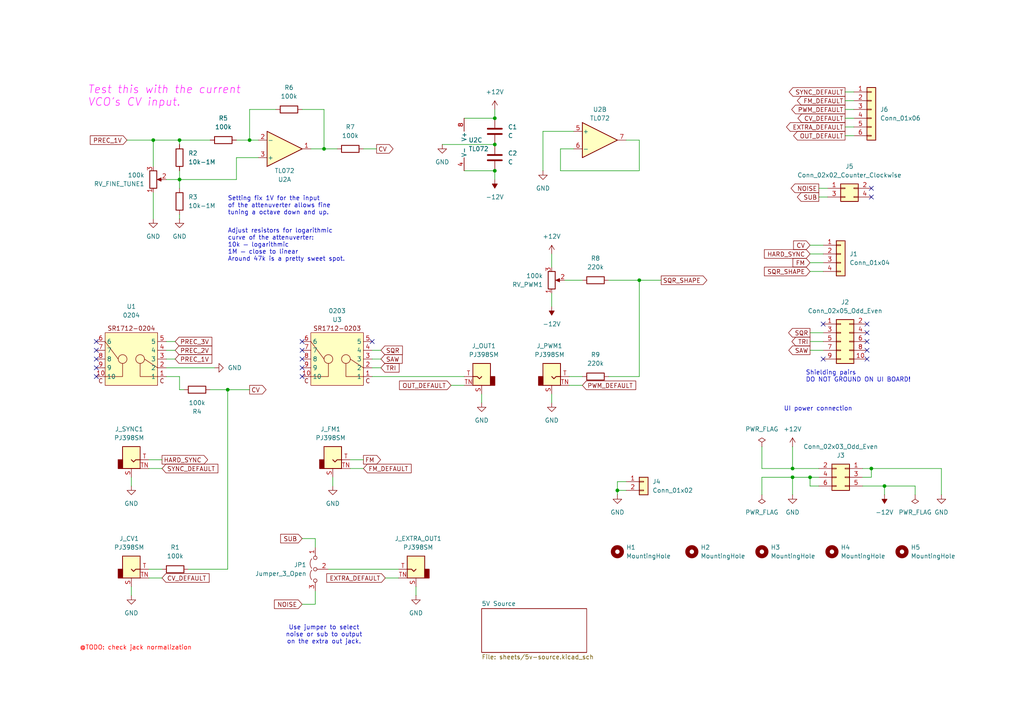
<source format=kicad_sch>
(kicad_sch (version 20250114) (generator "eeschema") (generator_version "9.0")
  (paper "A4")
  (title_block (title "Hog Moduleur VCO UI") (date "2025-07-06") (rev "v0.1") (company "Shmøergh"))
  (lib_symbols
    (symbol "Amplifier_Operational:TL072" (pin_names (offset 0.127))
      (property "Reference" "U" (at 0 5.08 0))
      (property "Value" "TL072" (at 0 -5.08 0))
      (symbol "TL072_1_1"
        (polyline (pts (xy -5.08 5.08) (xy 5.08 0) (xy -5.08 -5.08) (xy -5.08 5.08)) (stroke (width 0.254)) (fill (type background)))
        (pin input line (at -7.62 2.54 0) (length 2.54) (name "+") (number "3"))
        (pin input line (at -7.62 -2.54 0) (length 2.54) (name "-") (number "2"))
        (pin output line (at 7.62 0 180) (length 2.54) (name "~") (number "1"))
      )
      (symbol "TL072_2_1"
        (polyline (pts (xy -5.08 5.08) (xy 5.08 0) (xy -5.08 -5.08) (xy -5.08 5.08)) (stroke (width 0.254)) (fill (type background)))
        (pin input line (at -7.62 2.54 0) (length 2.54) (name "+") (number "5"))
        (pin input line (at -7.62 -2.54 0) (length 2.54) (name "-") (number "6"))
        (pin output line (at 7.62 0 180) (length 2.54) (name "~") (number "7"))
      )
      (symbol "TL072_3_1"
        (pin power_in line (at -2.54 7.62 270) (length 3.81) (name "V+") (number "8"))
        (pin power_in line (at -2.54 -7.62 90) (length 3.81) (name "V-") (number "4"))
      )
    )
    (symbol "Connector_Generic:Conn_01x02" (pin_names (offset 1.016) (hide yes))
      (property "Reference" "J" (at 0 2.54 0))
      (property "Value" "Conn_01x02" (at 0 -5.08 0))
      (symbol "Conn_01x02_1_1"
        (rectangle (start -1.27 1.27) (end 1.27 -3.81) (stroke (width 0.254)) (fill (type background)))
        (rectangle (start -1.27 0.127) (end 0 -0.127) (stroke (width 0.1524)))
        (rectangle (start -1.27 -2.413) (end 0 -2.667) (stroke (width 0.1524)))
        (pin passive line (at -5.08 0 0) (length 3.81) (name "Pin_1") (number "1"))
        (pin passive line (at -5.08 -2.54 0) (length 3.81) (name "Pin_2") (number "2"))
      )
    )
    (symbol "Connector_Generic:Conn_01x04" (pin_names (offset 1.016) (hide yes))
      (property "Reference" "J" (at 0 5.08 0))
      (property "Value" "Conn_01x04" (at 0 -7.62 0))
      (symbol "Conn_01x04_1_1"
        (rectangle (start -1.27 3.81) (end 1.27 -6.35) (stroke (width 0.254)) (fill (type background)))
        (rectangle (start -1.27 2.667) (end 0 2.413) (stroke (width 0.1524)))
        (rectangle (start -1.27 0.127) (end 0 -0.127) (stroke (width 0.1524)))
        (rectangle (start -1.27 -2.413) (end 0 -2.667) (stroke (width 0.1524)))
        (rectangle (start -1.27 -4.953) (end 0 -5.207) (stroke (width 0.1524)))
        (pin passive line (at -5.08 2.54 0) (length 3.81) (name "Pin_1") (number "1"))
        (pin passive line (at -5.08 0 0) (length 3.81) (name "Pin_2") (number "2"))
        (pin passive line (at -5.08 -2.54 0) (length 3.81) (name "Pin_3") (number "3"))
        (pin passive line (at -5.08 -5.08 0) (length 3.81) (name "Pin_4") (number "4"))
      )
    )
    (symbol "Connector_Generic:Conn_01x06" (pin_names (offset 1.016) (hide yes))
      (property "Reference" "J" (at 0 7.62 0))
      (property "Value" "Conn_01x06" (at 0 -10.16 0))
      (symbol "Conn_01x06_1_1"
        (rectangle (start -1.27 6.35) (end 1.27 -8.89) (stroke (width 0.254)) (fill (type background)))
        (rectangle (start -1.27 5.207) (end 0 4.953) (stroke (width 0.1524)))
        (rectangle (start -1.27 2.667) (end 0 2.413) (stroke (width 0.1524)))
        (rectangle (start -1.27 0.127) (end 0 -0.127) (stroke (width 0.1524)))
        (rectangle (start -1.27 -2.413) (end 0 -2.667) (stroke (width 0.1524)))
        (rectangle (start -1.27 -4.953) (end 0 -5.207) (stroke (width 0.1524)))
        (rectangle (start -1.27 -7.493) (end 0 -7.747) (stroke (width 0.1524)))
        (pin passive line (at -5.08 5.08 0) (length 3.81) (name "Pin_1") (number "1"))
        (pin passive line (at -5.08 2.54 0) (length 3.81) (name "Pin_2") (number "2"))
        (pin passive line (at -5.08 0 0) (length 3.81) (name "Pin_3") (number "3"))
        (pin passive line (at -5.08 -2.54 0) (length 3.81) (name "Pin_4") (number "4"))
        (pin passive line (at -5.08 -5.08 0) (length 3.81) (name "Pin_5") (number "5"))
        (pin passive line (at -5.08 -7.62 0) (length 3.81) (name "Pin_6") (number "6"))
      )
    )
    (symbol "Connector_Generic:Conn_02x02_Odd_Even" (pin_names (offset 1.016) (hide yes))
      (property "Reference" "J" (at 1.27 2.54 0))
      (property "Value" "Conn_02x02_Odd_Even" (at 1.27 -5.08 0))
      (symbol "Conn_02x02_Odd_Even_1_1"
        (rectangle (start -1.27 1.27) (end 3.81 -3.81) (stroke (width 0.254)) (fill (type background)))
        (rectangle (start -1.27 0.127) (end 0 -0.127) (stroke (width 0.1524)))
        (rectangle (start -1.27 -2.413) (end 0 -2.667) (stroke (width 0.1524)))
        (rectangle (start 3.81 0.127) (end 2.54 -0.127) (stroke (width 0.1524)))
        (rectangle (start 3.81 -2.413) (end 2.54 -2.667) (stroke (width 0.1524)))
        (pin passive line (at -5.08 0 0) (length 3.81) (name "Pin_1") (number "1"))
        (pin passive line (at -5.08 -2.54 0) (length 3.81) (name "Pin_3") (number "3"))
        (pin passive line (at 7.62 0 180) (length 3.81) (name "Pin_2") (number "2"))
        (pin passive line (at 7.62 -2.54 180) (length 3.81) (name "Pin_4") (number "4"))
      )
    )
    (symbol "Connector_Generic:Conn_02x03_Odd_Even" (pin_names (offset 1.016) (hide yes))
      (property "Reference" "J" (at 1.27 5.08 0))
      (property "Value" "Conn_02x03_Odd_Even" (at 1.27 -5.08 0))
      (symbol "Conn_02x03_Odd_Even_1_1"
        (rectangle (start -1.27 3.81) (end 3.81 -3.81) (stroke (width 0.254)) (fill (type background)))
        (rectangle (start -1.27 2.667) (end 0 2.413) (stroke (width 0.1524)))
        (rectangle (start -1.27 0.127) (end 0 -0.127) (stroke (width 0.1524)))
        (rectangle (start -1.27 -2.413) (end 0 -2.667) (stroke (width 0.1524)))
        (rectangle (start 3.81 2.667) (end 2.54 2.413) (stroke (width 0.1524)))
        (rectangle (start 3.81 0.127) (end 2.54 -0.127) (stroke (width 0.1524)))
        (rectangle (start 3.81 -2.413) (end 2.54 -2.667) (stroke (width 0.1524)))
        (pin passive line (at -5.08 2.54 0) (length 3.81) (name "Pin_1") (number "1"))
        (pin passive line (at -5.08 0 0) (length 3.81) (name "Pin_3") (number "3"))
        (pin passive line (at -5.08 -2.54 0) (length 3.81) (name "Pin_5") (number "5"))
        (pin passive line (at 7.62 2.54 180) (length 3.81) (name "Pin_2") (number "2"))
        (pin passive line (at 7.62 0 180) (length 3.81) (name "Pin_4") (number "4"))
        (pin passive line (at 7.62 -2.54 180) (length 3.81) (name "Pin_6") (number "6"))
      )
    )
    (symbol "Connector_Generic:Conn_02x05_Odd_Even" (pin_names (offset 1.016) (hide yes))
      (property "Reference" "J" (at 1.27 7.62 0))
      (property "Value" "Conn_02x05_Odd_Even" (at 1.27 -7.62 0))
      (symbol "Conn_02x05_Odd_Even_1_1"
        (rectangle (start -1.27 6.35) (end 3.81 -6.35) (stroke (width 0.254)) (fill (type background)))
        (rectangle (start -1.27 5.207) (end 0 4.953) (stroke (width 0.1524)))
        (rectangle (start -1.27 2.667) (end 0 2.413) (stroke (width 0.1524)))
        (rectangle (start -1.27 0.127) (end 0 -0.127) (stroke (width 0.1524)))
        (rectangle (start -1.27 -2.413) (end 0 -2.667) (stroke (width 0.1524)))
        (rectangle (start -1.27 -4.953) (end 0 -5.207) (stroke (width 0.1524)))
        (rectangle (start 3.81 5.207) (end 2.54 4.953) (stroke (width 0.1524)))
        (rectangle (start 3.81 2.667) (end 2.54 2.413) (stroke (width 0.1524)))
        (rectangle (start 3.81 0.127) (end 2.54 -0.127) (stroke (width 0.1524)))
        (rectangle (start 3.81 -2.413) (end 2.54 -2.667) (stroke (width 0.1524)))
        (rectangle (start 3.81 -4.953) (end 2.54 -5.207) (stroke (width 0.1524)))
        (pin passive line (at -5.08 5.08 0) (length 3.81) (name "Pin_1") (number "1"))
        (pin passive line (at -5.08 2.54 0) (length 3.81) (name "Pin_3") (number "3"))
        (pin passive line (at -5.08 0 0) (length 3.81) (name "Pin_5") (number "5"))
        (pin passive line (at -5.08 -2.54 0) (length 3.81) (name "Pin_7") (number "7"))
        (pin passive line (at -5.08 -5.08 0) (length 3.81) (name "Pin_9") (number "9"))
        (pin passive line (at 7.62 5.08 180) (length 3.81) (name "Pin_2") (number "2"))
        (pin passive line (at 7.62 2.54 180) (length 3.81) (name "Pin_4") (number "4"))
        (pin passive line (at 7.62 0 180) (length 3.81) (name "Pin_6") (number "6"))
        (pin passive line (at 7.62 -2.54 180) (length 3.81) (name "Pin_8") (number "8"))
        (pin passive line (at 7.62 -5.08 180) (length 3.81) (name "Pin_10") (number "10"))
      )
    )
    (symbol "Device:C" (pin_numbers (hide yes)) (pin_names (offset 0.254))
      (property "Reference" "C" (at 0.635 2.54 0))
      (property "Value" "C" (at 0.635 -2.54 0))
      (symbol "C_0_1"
        (polyline (pts (xy -2.032 0.762) (xy 2.032 0.762)) (stroke (width 0.508)))
        (polyline (pts (xy -2.032 -0.762) (xy 2.032 -0.762)) (stroke (width 0.508)))
      )
      (symbol "C_1_1"
        (pin passive line (at 0 3.81 270) (length 2.794) (name "~") (number "1"))
        (pin passive line (at 0 -3.81 90) (length 2.794) (name "~") (number "2"))
      )
    )
    (symbol "Device:R" (pin_numbers (hide yes)) (pin_names (offset 0))
      (property "Reference" "R" (at 2.032 0 90))
      (property "Value" "R" (at 0 0 90))
      (symbol "R_0_1"
        (rectangle (start -1.016 -2.54) (end 1.016 2.54) (stroke (width 0.254)))
      )
      (symbol "R_1_1"
        (pin passive line (at 0 3.81 270) (length 1.27) (name "~") (number "1"))
        (pin passive line (at 0 -3.81 90) (length 1.27) (name "~") (number "2"))
      )
    )
    (symbol "Device:R_Potentiometer" (pin_names (offset 1.016) (hide yes))
      (property "Reference" "RV" (at -4.445 0 90))
      (property "Value" "R_Potentiometer" (at -2.54 0 90))
      (symbol "R_Potentiometer_0_1"
        (rectangle (start 1.016 2.54) (end -1.016 -2.54) (stroke (width 0.254)))
        (polyline (pts (xy 1.143 0) (xy 2.286 0.508) (xy 2.286 -0.508) (xy 1.143 0)) (fill (type outline)))
        (polyline (pts (xy 2.54 0) (xy 1.524 0)))
      )
      (symbol "R_Potentiometer_1_1"
        (pin passive line (at 0 3.81 270) (length 1.27) (name "1") (number "1"))
        (pin passive line (at 0 -3.81 90) (length 1.27) (name "3") (number "3"))
        (pin passive line (at 3.81 0 180) (length 1.27) (name "2") (number "2"))
      )
    )
    (symbol "Jumper:Jumper_3_Open" (pin_names (offset 0) (hide yes)) (in_bom no)
      (property "Reference" "JP" (at -2.54 -2.54 0))
      (property "Value" "Jumper_3_Open" (at 0 2.794 0))
      (symbol "Jumper_3_Open_0_0"
        (circle (center -3.302 0) (radius 0.508))
        (circle (center 0 0) (radius 0.508))
        (circle (center 3.302 0) (radius 0.508))
      )
      (symbol "Jumper_3_Open_0_1"
        (arc (start -3.048 1.016) (mid -1.651 1.4992) (end -0.254 1.016))
        (polyline (pts (xy 0 -0.508) (xy 0 -1.27)))
        (arc (start 0.254 1.016) (mid 1.651 1.4992) (end 3.048 1.016))
      )
      (symbol "Jumper_3_Open_1_1"
        (pin passive line (at -6.35 0 0) (length 2.54) (name "A") (number "1"))
        (pin passive line (at 0 -3.81 90) (length 2.54) (name "C") (number "2"))
        (pin passive line (at 6.35 0 180) (length 2.54) (name "B") (number "3"))
      )
    )
    (symbol "Mechanical:MountingHole" (pin_names (offset 1.016)) (in_bom no)
      (property "Reference" "H" (at 0 5.08 0))
      (property "Value" "MountingHole" (at 0 3.175 0))
      (symbol "MountingHole_0_1"
        (circle (center 0 0) (radius 1.27) (stroke (width 1.27)))
      )
    )
    (symbol "Shmoergh-Custom-Components:AudioJack2_Thonkiconn_S"
      (property "Reference" "J" (at 0 8.89 0))
      (property "Value" "AudioJack2_Thonkiconn" (at 0 6.35 0))
      (symbol "AudioJack2_Thonkiconn_S_0_1"
        (rectangle (start -2.54 -2.54) (end -3.81 0) (stroke (width 0.254)) (fill (type outline)))
        (polyline (pts (xy 0 0) (xy 0.635 -0.635) (xy 1.27 0) (xy 2.54 0)) (stroke (width 0.254)))
        (rectangle (start 2.54 3.81) (end -2.54 -2.54) (stroke (width 0.254)) (fill (type background)))
      )
      (symbol "AudioJack2_Thonkiconn_S_1_1"
        (pin passive line (at 0 -5.08 90) (length 2.54) (name "~") (number "S"))
        (pin bidirectional line (at 5.08 0 180) (length 2.54) (name "~") (number "T"))
        (pin passive line (at 5.08 -2.54 180) (length 2.54) (name "~") (number "TN"))
      )
    )
    (symbol "Shmoergh-Custom-Components:SR1712_0203"
      (property "Reference" "U" (at 0 1.27 0))
      (symbol "SR1712_0203_0_1"
        (polyline (pts (xy -7.62 -2.54) (xy -3.81 0)))
        (circle (center -2.54 0) (radius 1.27))
        (polyline (pts (xy -2.54 -1.27) (xy -2.54 -5.08) (xy -7.62 -5.08)))
        (circle (center 2.54 0) (radius 1.27))
        (polyline (pts (xy 7.62 5.08) (xy 3.81 0)))
        (polyline (pts (xy 7.62 -5.08) (xy 2.54 -5.08) (xy 2.54 -1.27)))
      )
      (symbol "SR1712_0203_1_1"
        (rectangle (start -7.62 7.62) (end 7.62 -7.62) (fill (type background)))
        (text "C" (at -8.89 -6.35 0) (effects (font (size 1.27 1.27))))
        (text "SR1712-0203" (at 0 8.89 0) (effects (font (size 1.27 1.27))))
        (text "C" (at 8.89 -6.35 0) (effects (font (size 1.27 1.27))))
        (pin input line (at -10.16 5.08 0) (length 2.54) (name "5") (number "5"))
        (pin input line (at -10.16 2.54 0) (length 2.54) (name "4") (number "4"))
        (pin input line (at -10.16 0 0) (length 2.54) (name "3") (number "3"))
        (pin input line (at -10.16 -2.54 0) (length 2.54) (name "2") (number "2"))
        (pin output line (at -10.16 -5.08 0) (length 2.54) (name "1") (number "1"))
        (pin input line (at 10.16 5.08 180) (length 2.54) (name "6") (number "6"))
        (pin input line (at 10.16 2.54 180) (length 2.54) (name "7") (number "7"))
        (pin input line (at 10.16 0 180) (length 2.54) (name "8") (number "8"))
        (pin input line (at 10.16 -2.54 180) (length 2.54) (name "9") (number "9"))
        (pin output line (at 10.16 -5.08 180) (length 2.54) (name "10") (number "10"))
      )
    )
    (symbol "Shmoergh-Custom-Components:SR1712_0204"
      (property "Reference" "U" (at 0 1.27 0))
      (symbol "SR1712_0204_0_1"
        (polyline (pts (xy -7.62 -2.54) (xy -3.81 0)))
        (circle (center -2.54 0) (radius 1.27))
        (polyline (pts (xy -2.54 -1.27) (xy -2.54 -5.08) (xy -7.62 -5.08)))
        (circle (center 2.54 0) (radius 1.27))
        (polyline (pts (xy 7.62 5.08) (xy 3.81 0)))
        (polyline (pts (xy 7.62 -5.08) (xy 2.54 -5.08) (xy 2.54 -1.27)))
      )
      (symbol "SR1712_0204_1_1"
        (rectangle (start -7.62 7.62) (end 7.62 -7.62) (fill (type background)))
        (text "C" (at -8.89 -6.35 0) (effects (font (size 1.27 1.27))))
        (text "SR1712-0204" (at 0 8.89 0) (effects (font (size 1.27 1.27))))
        (text "C" (at 8.89 -6.35 0) (effects (font (size 1.27 1.27))))
        (pin input line (at -10.16 5.08 0) (length 2.54) (name "5") (number "5"))
        (pin input line (at -10.16 2.54 0) (length 2.54) (name "4") (number "4"))
        (pin input line (at -10.16 0 0) (length 2.54) (name "3") (number "3"))
        (pin input line (at -10.16 -2.54 0) (length 2.54) (name "2") (number "2"))
        (pin output line (at -10.16 -5.08 0) (length 2.54) (name "1") (number "1"))
        (pin input line (at 10.16 5.08 180) (length 2.54) (name "6") (number "6"))
        (pin input line (at 10.16 2.54 180) (length 2.54) (name "7") (number "7"))
        (pin input line (at 10.16 0 180) (length 2.54) (name "8") (number "8"))
        (pin input line (at 10.16 -2.54 180) (length 2.54) (name "9") (number "9"))
        (pin output line (at 10.16 -5.08 180) (length 2.54) (name "10") (number "10"))
      )
    )
    (symbol "power:+12V" (power) (pin_numbers (hide yes)) (pin_names (offset 0) (hide yes))
      (property "Value" "+12V" (at 0 3.556 0))
      (symbol "+12V_0_1"
        (polyline (pts (xy -0.762 1.27) (xy 0 2.54)))
        (polyline (pts (xy 0 2.54) (xy 0.762 1.27)))
        (polyline (pts (xy 0 0) (xy 0 2.54)))
      )
      (symbol "+12V_1_1"
        (pin power_in line (at 0 0 90) (length 0) (name "~") (number "1"))
      )
    )
    (symbol "power:-12V" (power) (pin_numbers (hide yes)) (pin_names (offset 0) (hide yes))
      (property "Value" "-12V" (at 0 3.556 0))
      (symbol "-12V_0_0"
        (pin power_in line (at 0 0 90) (length 0) (name "~") (number "1"))
      )
      (symbol "-12V_0_1"
        (polyline (pts (xy 0 0) (xy 0 1.27) (xy 0.762 1.27) (xy 0 2.54) (xy -0.762 1.27) (xy 0 1.27)) (fill (type outline)))
      )
    )
    (symbol "power:GND" (power) (pin_numbers (hide yes)) (pin_names (offset 0) (hide yes))
      (property "Value" "GND" (at 0 -3.81 0))
      (symbol "GND_0_1"
        (polyline (pts (xy 0 0) (xy 0 -1.27) (xy 1.27 -1.27) (xy 0 -2.54) (xy -1.27 -1.27) (xy 0 -1.27)))
      )
      (symbol "GND_1_1"
        (pin power_in line (at 0 0 270) (length 0) (name "~") (number "1"))
      )
    )
    (symbol "power:PWR_FLAG" (power) (pin_numbers (hide yes)) (pin_names (offset 0) (hide yes))
      (property "Value" "PWR_FLAG" (at 0 3.81 0))
      (symbol "PWR_FLAG_0_0"
        (pin power_out line (at 0 0 90) (length 0) (name "~") (number "1"))
      )
      (symbol "PWR_FLAG_0_1"
        (polyline (pts (xy 0 0) (xy 0 1.27) (xy -1.016 1.905) (xy 0 2.54) (xy 1.016 1.905) (xy 0 1.27)))
      )
    )
  )
  (text "Test this with the current \nVCO's CV input." (at 25.4 27.94 0) (effects (font (size 2.27 2.27) (italic yes)) (justify left)))
  (text "Setting fix 1V for the input \nof the attenuverter allows fine \ntuning a octave down and up." (at 66.04 59.69 0) (effects (font (size 1.27 1.27)) (justify left)))
  (text "@TODO: check jack normalization" (at 39.37 187.96 0) (effects (font (size 1.27 1.27))))
  (text "UI power connection" (at 227.33 119.38 0) (effects (font (size 1.27 1.27)) (justify left bottom)))
  (text "Adjust resistors for logarithmic\ncurve of the attenuverter: \n10k — logarithmic\n1M — close to linear\nAround 47k is a pretty sweet spot." (at 66.04 71.12 0) (effects (font (size 1.27 1.27)) (justify left)))
  (text "Use jumper to select\nnoise or sub to output\non the extra out jack." (at 93.98 184.15 0) (effects (font (size 1.27 1.27))))
  (text "Shielding pairs\nDO NOT GROUND ON UI BOARD!" (at 233.68 109.22 0) (effects (font (size 1.27 1.27)) (justify left)))
  (junction (at 143.51 49.53))
  (junction (at 66.04 113.03))
  (junction (at 229.87 135.89))
  (junction (at 179.07 142.24))
  (junction (at 234.95 138.43))
  (junction (at 143.51 41.91))
  (junction (at 256.54 140.97))
  (junction (at 229.87 138.43))
  (junction (at 185.42 81.28))
  (junction (at 143.51 34.29))
  (junction (at 52.07 40.64))
  (junction (at 93.98 43.18))
  (junction (at 252.73 135.89))
  (junction (at 52.07 52.07))
  (junction (at 72.39 40.64))
  (junction (at 44.45 40.64))
  (no_connect (at 251.46 104.14))
  (no_connect (at 87.63 101.6))
  (no_connect (at 87.63 106.68))
  (no_connect (at 238.76 93.98))
  (no_connect (at 251.46 99.06))
  (no_connect (at 251.46 96.52))
  (no_connect (at 87.63 104.14))
  (no_connect (at 27.94 99.06))
  (no_connect (at 27.94 104.14))
  (no_connect (at 251.46 93.98))
  (no_connect (at 252.73 57.15))
  (no_connect (at 251.46 101.6))
  (no_connect (at 27.94 106.68))
  (no_connect (at 27.94 101.6))
  (no_connect (at 238.76 104.14))
  (no_connect (at 87.63 109.22))
  (no_connect (at 252.73 54.61))
  (no_connect (at 87.63 99.06))
  (no_connect (at 27.94 109.22))
  (no_connect (at 107.95 99.06))
  (wire (pts (xy 234.95 96.52) (xy 238.76 96.52)))
  (wire (pts (xy 237.49 54.61) (xy 240.03 54.61)))
  (wire (pts (xy 72.39 40.64) (xy 74.93 40.64)))
  (wire (pts (xy 46.99 167.64) (xy 43.18 167.64)))
  (wire (pts (xy 245.11 34.29) (xy 247.65 34.29)))
  (wire (pts (xy 110.49 106.68) (xy 107.95 106.68)))
  (wire (pts (xy 245.11 39.37) (xy 247.65 39.37)))
  (wire (pts (xy 134.62 49.53) (xy 143.51 49.53)))
  (wire (pts (xy 168.91 81.28) (xy 163.83 81.28)))
  (wire (pts (xy 105.41 133.35) (xy 101.6 133.35)))
  (wire (pts (xy 66.04 165.1) (xy 54.61 165.1)))
  (wire (pts (xy 256.54 143.51) (xy 256.54 140.97)))
  (wire (pts (xy 185.42 49.53) (xy 185.42 40.64)))
  (wire (pts (xy 143.51 31.75) (xy 143.51 34.29)))
  (wire (pts (xy 265.43 140.97) (xy 256.54 140.97)))
  (wire (pts (xy 166.37 38.1) (xy 157.48 38.1)))
  (wire (pts (xy 74.93 45.72) (xy 68.58 45.72)))
  (wire (pts (xy 130.81 111.76) (xy 134.62 111.76)))
  (wire (pts (xy 96.52 138.43) (xy 96.52 140.97)))
  (wire (pts (xy 250.19 140.97) (xy 256.54 140.97)))
  (wire (pts (xy 93.98 43.18) (xy 90.17 43.18)))
  (wire (pts (xy 179.07 142.24) (xy 181.61 142.24)))
  (wire (pts (xy 234.95 78.74) (xy 238.76 78.74)))
  (wire (pts (xy 46.99 135.89) (xy 43.18 135.89)))
  (wire (pts (xy 110.49 101.6) (xy 107.95 101.6)))
  (wire (pts (xy 185.42 109.22) (xy 176.53 109.22)))
  (wire (pts (xy 87.63 175.26) (xy 91.44 175.26)))
  (wire (pts (xy 234.95 99.06) (xy 238.76 99.06)))
  (wire (pts (xy 36.83 40.64) (xy 44.45 40.64)))
  (wire (pts (xy 68.58 52.07) (xy 52.07 52.07)))
  (wire (pts (xy 105.41 43.18) (xy 109.22 43.18)))
  (wire (pts (xy 60.96 113.03) (xy 66.04 113.03)))
  (wire (pts (xy 66.04 113.03) (xy 66.04 165.1)))
  (wire (pts (xy 160.02 88.9) (xy 160.02 85.09)))
  (wire (pts (xy 234.95 71.12) (xy 238.76 71.12)))
  (wire (pts (xy 166.37 43.18) (xy 162.56 43.18)))
  (wire (pts (xy 91.44 156.21) (xy 91.44 158.75)))
  (wire (pts (xy 234.95 76.2) (xy 238.76 76.2)))
  (wire (pts (xy 87.63 31.75) (xy 93.98 31.75)))
  (wire (pts (xy 237.49 57.15) (xy 240.03 57.15)))
  (wire (pts (xy 107.95 109.22) (xy 134.62 109.22)))
  (wire (pts (xy 162.56 43.18) (xy 162.56 49.53)))
  (wire (pts (xy 87.63 156.21) (xy 91.44 156.21)))
  (wire (pts (xy 52.07 52.07) (xy 48.26 52.07)))
  (wire (pts (xy 181.61 139.7) (xy 179.07 139.7)))
  (wire (pts (xy 72.39 31.75) (xy 72.39 40.64)))
  (wire (pts (xy 105.41 135.89) (xy 101.6 135.89)))
  (wire (pts (xy 185.42 40.64) (xy 181.61 40.64)))
  (wire (pts (xy 157.48 38.1) (xy 157.48 49.53)))
  (wire (pts (xy 229.87 138.43) (xy 234.95 138.43)))
  (wire (pts (xy 95.25 165.1) (xy 115.57 165.1)))
  (wire (pts (xy 44.45 55.88) (xy 44.45 63.5)))
  (wire (pts (xy 179.07 139.7) (xy 179.07 142.24)))
  (wire (pts (xy 68.58 40.64) (xy 72.39 40.64)))
  (wire (pts (xy 229.87 129.54) (xy 229.87 135.89)))
  (wire (pts (xy 46.99 133.35) (xy 43.18 133.35)))
  (wire (pts (xy 245.11 31.75) (xy 247.65 31.75)))
  (wire (pts (xy 52.07 63.5) (xy 52.07 62.23)))
  (wire (pts (xy 50.8 104.14) (xy 48.26 104.14)))
  (wire (pts (xy 52.07 40.64) (xy 52.07 41.91)))
  (wire (pts (xy 162.56 49.53) (xy 185.42 49.53)))
  (wire (pts (xy 252.73 135.89) (xy 250.19 135.89)))
  (wire (pts (xy 44.45 40.64) (xy 44.45 48.26)))
  (wire (pts (xy 220.98 135.89) (xy 229.87 135.89)))
  (wire (pts (xy 110.49 104.14) (xy 107.95 104.14)))
  (wire (pts (xy 139.7 116.84) (xy 139.7 114.3)))
  (wire (pts (xy 46.99 165.1) (xy 43.18 165.1)))
  (wire (pts (xy 220.98 138.43) (xy 229.87 138.43)))
  (wire (pts (xy 143.51 41.91) (xy 128.27 41.91)))
  (wire (pts (xy 245.11 36.83) (xy 247.65 36.83)))
  (wire (pts (xy 273.05 143.51) (xy 273.05 135.89)))
  (wire (pts (xy 252.73 138.43) (xy 252.73 135.89)))
  (wire (pts (xy 48.26 106.68) (xy 62.23 106.68)))
  (wire (pts (xy 66.04 113.03) (xy 72.39 113.03)))
  (wire (pts (xy 50.8 99.06) (xy 48.26 99.06)))
  (wire (pts (xy 68.58 45.72) (xy 68.58 52.07)))
  (wire (pts (xy 111.76 167.64) (xy 115.57 167.64)))
  (wire (pts (xy 168.91 111.76) (xy 165.1 111.76)))
  (wire (pts (xy 93.98 31.75) (xy 93.98 43.18)))
  (wire (pts (xy 237.49 140.97) (xy 234.95 140.97)))
  (wire (pts (xy 143.51 49.53) (xy 143.51 52.07)))
  (wire (pts (xy 160.02 114.3) (xy 160.02 116.84)))
  (wire (pts (xy 120.65 172.72) (xy 120.65 170.18)))
  (wire (pts (xy 245.11 26.67) (xy 247.65 26.67)))
  (wire (pts (xy 52.07 49.53) (xy 52.07 52.07)))
  (wire (pts (xy 38.1 138.43) (xy 38.1 140.97)))
  (wire (pts (xy 52.07 113.03) (xy 52.07 109.22)))
  (wire (pts (xy 234.95 73.66) (xy 238.76 73.66)))
  (wire (pts (xy 176.53 81.28) (xy 185.42 81.28)))
  (wire (pts (xy 220.98 129.54) (xy 220.98 135.89)))
  (wire (pts (xy 273.05 135.89) (xy 252.73 135.89)))
  (wire (pts (xy 234.95 140.97) (xy 234.95 138.43)))
  (wire (pts (xy 44.45 40.64) (xy 52.07 40.64)))
  (wire (pts (xy 234.95 101.6) (xy 238.76 101.6)))
  (wire (pts (xy 50.8 101.6) (xy 48.26 101.6)))
  (wire (pts (xy 80.01 31.75) (xy 72.39 31.75)))
  (wire (pts (xy 229.87 135.89) (xy 237.49 135.89)))
  (wire (pts (xy 234.95 138.43) (xy 237.49 138.43)))
  (wire (pts (xy 52.07 109.22) (xy 48.26 109.22)))
  (wire (pts (xy 52.07 40.64) (xy 60.96 40.64)))
  (wire (pts (xy 134.62 34.29) (xy 143.51 34.29)))
  (wire (pts (xy 38.1 170.18) (xy 38.1 172.72)))
  (wire (pts (xy 53.34 113.03) (xy 52.07 113.03)))
  (wire (pts (xy 220.98 143.51) (xy 220.98 138.43)))
  (wire (pts (xy 52.07 52.07) (xy 52.07 54.61)))
  (wire (pts (xy 179.07 142.24) (xy 179.07 143.51)))
  (wire (pts (xy 93.98 43.18) (xy 97.79 43.18)))
  (wire (pts (xy 229.87 143.51) (xy 229.87 138.43)))
  (wire (pts (xy 245.11 29.21) (xy 247.65 29.21)))
  (wire (pts (xy 250.19 138.43) (xy 252.73 138.43)))
  (wire (pts (xy 91.44 175.26) (xy 91.44 171.45)))
  (wire (pts (xy 191.77 81.28) (xy 185.42 81.28)))
  (wire (pts (xy 185.42 81.28) (xy 185.42 109.22)))
  (wire (pts (xy 168.91 109.22) (xy 165.1 109.22)))
  (wire (pts (xy 160.02 73.66) (xy 160.02 77.47)))
  (wire (pts (xy 265.43 143.51) (xy 265.43 140.97)))
  (global_label "SQR" (shape input) (at 110.49 101.6 0) (property "Intersheetrefs" "${INTERSHEET_REFS}" (effects (hide yes))))
  (global_label "TRI" (shape input) (at 110.49 106.68 0) (property "Intersheetrefs" "${INTERSHEET_REFS}" (effects (hide yes))))
  (global_label "PREC_2V" (shape input) (at 50.8 101.6 0) (property "Intersheetrefs" "${INTERSHEET_REFS}" (effects (hide yes))))
  (global_label "FM" (shape output) (at 105.41 133.35 0) (property "Intersheetrefs" "${INTERSHEET_REFS}" (effects (hide yes))))
  (global_label "OUT_DEFAULT" (shape input) (at 130.81 111.76 180) (property "Intersheetrefs" "${INTERSHEET_REFS}" (effects (hide yes))))
  (global_label "SQR" (shape output) (at 234.95 96.52 180) (property "Intersheetrefs" "${INTERSHEET_REFS}" (effects (hide yes))))
  (global_label "PREC_3V" (shape input) (at 50.8 99.06 0) (property "Intersheetrefs" "${INTERSHEET_REFS}" (effects (hide yes))))
  (global_label "HARD_SYNC" (shape output) (at 46.99 133.35 0) (property "Intersheetrefs" "${INTERSHEET_REFS}" (effects (hide yes))))
  (global_label "NOISE" (shape input) (at 87.63 175.26 180) (property "Intersheetrefs" "${INTERSHEET_REFS}" (effects (hide yes))))
  (global_label "SUB" (shape input) (at 87.63 156.21 180) (property "Intersheetrefs" "${INTERSHEET_REFS}" (effects (hide yes))))
  (global_label "SAW" (shape input) (at 110.49 104.14 0) (property "Intersheetrefs" "${INTERSHEET_REFS}" (effects (hide yes))))
  (global_label "CV" (shape output) (at 72.39 113.03 0) (property "Intersheetrefs" "${INTERSHEET_REFS}" (effects (hide yes))))
  (global_label "EXTRA_DEFAULT" (shape input) (at 111.76 167.64 180) (property "Intersheetrefs" "${INTERSHEET_REFS}" (effects (hide yes))))
  (global_label "TRI" (shape output) (at 234.95 99.06 180) (property "Intersheetrefs" "${INTERSHEET_REFS}" (effects (hide yes))))
  (global_label "CV" (shape input) (at 234.95 71.12 180) (property "Intersheetrefs" "${INTERSHEET_REFS}" (effects (hide yes))))
  (global_label "PREC_1V" (shape input) (at 50.8 104.14 0) (property "Intersheetrefs" "${INTERSHEET_REFS}" (effects (hide yes))))
  (global_label "FM_DEFAULT" (shape input) (at 105.41 135.89 0) (property "Intersheetrefs" "${INTERSHEET_REFS}" (effects (hide yes))))
  (global_label "NOISE" (shape output) (at 237.49 54.61 180) (property "Intersheetrefs" "${INTERSHEET_REFS}" (effects (hide yes))))
  (global_label "CV_DEFAULT" (shape input) (at 46.99 167.64 0) (property "Intersheetrefs" "${INTERSHEET_REFS}" (effects (hide yes))))
  (global_label "HARD_SYNC" (shape input) (at 234.95 73.66 180) (property "Intersheetrefs" "${INTERSHEET_REFS}" (effects (hide yes))))
  (global_label "SAW" (shape output) (at 234.95 101.6 180) (property "Intersheetrefs" "${INTERSHEET_REFS}" (effects (hide yes))))
  (global_label "SUB" (shape output) (at 237.49 57.15 180) (property "Intersheetrefs" "${INTERSHEET_REFS}" (effects (hide yes))))
  (global_label "PREC_1V" (shape input) (at 36.83 40.64 180) (property "Intersheetrefs" "${INTERSHEET_REFS}" (effects (hide yes))))
  (global_label "PWM_DEFAULT" (shape output) (at 245.11 31.75 180) (property "Intersheetrefs" "${INTERSHEET_REFS}" (effects (hide yes))))
  (global_label "SYNC_DEFAULT" (shape output) (at 245.11 26.67 180) (property "Intersheetrefs" "${INTERSHEET_REFS}" (effects (hide yes))))
  (global_label "CV_DEFAULT" (shape output) (at 245.11 34.29 180) (property "Intersheetrefs" "${INTERSHEET_REFS}" (effects (hide yes))))
  (global_label "SQR_SHAPE" (shape input) (at 234.95 78.74 180) (property "Intersheetrefs" "${INTERSHEET_REFS}" (effects (hide yes))))
  (global_label "SYNC_DEFAULT" (shape input) (at 46.99 135.89 0) (property "Intersheetrefs" "${INTERSHEET_REFS}" (effects (hide yes))))
  (global_label "EXTRA_DEFAULT" (shape output) (at 245.11 36.83 180) (property "Intersheetrefs" "${INTERSHEET_REFS}" (effects (hide yes))))
  (global_label "OUT_DEFAULT" (shape output) (at 245.11 39.37 180) (property "Intersheetrefs" "${INTERSHEET_REFS}" (effects (hide yes))))
  (global_label "SQR_SHAPE" (shape output) (at 191.77 81.28 0) (property "Intersheetrefs" "${INTERSHEET_REFS}" (effects (hide yes))))
  (global_label "FM_DEFAULT" (shape output) (at 245.11 29.21 180) (property "Intersheetrefs" "${INTERSHEET_REFS}" (effects (hide yes))))
  (global_label "CV" (shape output) (at 109.22 43.18 0) (property "Intersheetrefs" "${INTERSHEET_REFS}" (effects (hide yes))))
  (global_label "PWM_DEFAULT" (shape input) (at 168.91 111.76 0) (property "Intersheetrefs" "${INTERSHEET_REFS}" (effects (hide yes))))
  (global_label "FM" (shape input) (at 234.95 76.2 180) (property "Intersheetrefs" "${INTERSHEET_REFS}" (effects (hide yes))))
  (symbol (lib_id "power:GND") (at 120.65 172.72 0) (mirror y) (unit 1)
    (property "Reference" "#PWR06" (effects (hide yes)))
    (property "Value" "GND" (at 120.65 177.8 0))
    (property "Description" "Power symbol creates a global label with name \"GND\" , ground" (effects (hide yes)))
  )
  (symbol (lib_id "power:-12V") (at 143.51 52.07 180) (unit 1)
    (property "Reference" "#PWR010" (effects (hide yes)))
    (property "Value" "-12V" (at 143.51 57.15 0))
    (property "Description" "Power symbol creates a global label with name \"-12V\"" (effects (hide yes)))
  )
  (symbol (lib_id "Jumper:Jumper_3_Open") (at 91.44 165.1 90) (mirror x) (unit 1)
    (property "Reference" "JP1" (at 88.9 163.8299 90) (effects (justify left)))
    (property "Value" "Jumper_3_Open" (at 88.9 166.3699 90) (effects (justify left)))
    (property "Footprint" "Connector_PinHeader_2.54mm:PinHeader_1x03_P2.54mm_Horizontal" (effects (hide yes)))
    (property "Description" "Jumper, 3-pole, both open" (effects (hide yes)))
    (property "Part URL" "https://mou.sr/451l2py" (effects (hide yes)))
    (property "Vendor" "Mouser" (effects (hide yes)))
    (property "Part no." "200-HTSW10308TSRA" (effects (hide yes)))
  )
  (symbol (lib_id "power:GND") (at 157.48 49.53 0) (unit 1)
    (property "Reference" "#PWR011" (effects (hide yes)))
    (property "Value" "GND" (at 157.48 54.61 0))
    (property "Description" "Power symbol creates a global label with name \"GND\" , ground" (effects (hide yes)))
  )
  (symbol (lib_id "power:+12V") (at 229.87 129.54 0) (unit 1)
    (property "Reference" "#PWR016" (effects (hide yes)))
    (property "Value" "+12V" (at 229.87 124.46 0))
    (property "Description" "Power symbol creates a global label with name \"+12V\"" (effects (hide yes)))
  )
  (symbol (lib_id "Device:R") (at 52.07 45.72 180) (unit 1)
    (property "Reference" "R2" (at 54.61 44.4499 0) (effects (justify right)))
    (property "Value" "10k-1M" (at 54.61 46.9899 0) (effects (justify right)))
    (property "Footprint" "Shmoergh_Custom_Footprints:R_Axial_DIN0207_L6.3mm_D2.5mm_P7.62mm_Horizontal" (effects (hide yes)))
    (property "Description" "Resistor" (effects (hide yes)))
    (property "Vendor" "Mouser" (effects (hide yes)))
    (property "Part URL" "https://mou.sr/4hEwI4G" (effects (hide yes)))
    (property "Part no." "603-MFR-25FRF52100K" (effects (hide yes)))
  )
  (symbol (lib_id "Device:C") (at 143.51 45.72 0) (unit 1)
    (property "Reference" "C2" (at 147.32 44.4499 0) (effects (justify left)))
    (property "Value" "C" (at 147.32 46.9899 0) (effects (justify left)))
    (property "Footprint" "Capacitor_THT:C_Disc_D5.0mm_W2.5mm_P2.50mm" (effects (hide yes)))
    (property "Description" "Unpolarized capacitor" (effects (hide yes)))
  )
  (symbol (lib_id "Device:R") (at 64.77 40.64 90) (unit 1)
    (property "Reference" "R5" (at 64.77 34.29 90))
    (property "Value" "100k" (at 64.77 36.83 90))
    (property "Footprint" "Shmoergh_Custom_Footprints:R_Axial_DIN0207_L6.3mm_D2.5mm_P7.62mm_Horizontal" (effects (hide yes)))
    (property "Description" "Resistor" (effects (hide yes)))
    (property "Vendor" "Mouser" (effects (hide yes)))
    (property "Part URL" "https://mou.sr/4hEwI4G" (effects (hide yes)))
    (property "Part no." "603-MFR-25FRF52100K" (effects (hide yes)))
  )
  (symbol (lib_id "Shmoergh-Custom-Components:AudioJack2_Thonkiconn_S") (at 160.02 109.22 0) (unit 1)
    (property "Reference" "J_PWM1" (at 159.385 100.33 0))
    (property "Value" "PJ398SM" (at 159.385 102.87 0))
    (property "Footprint" "Shmoergh_Custom_Footprints:Jack_3.5mm_QingPu_WQP-PJ398SM_Vertical_CircularHoles" (effects (hide yes)))
    (property "Description" "Audio Jack, 2 Poles (Mono / TS), Grounded Sleeve" (effects (hide yes)))
    (property "Part URL" "https://www.thonk.co.uk/shop/thonkiconn/" (effects (hide yes)))
    (property "Vendor" "Thonk" (effects (hide yes)))
    (property "Part no." "PJ398SM" (effects (hide yes)))
  )
  (symbol (lib_id "Shmoergh-Custom-Components:AudioJack2_Thonkiconn_S") (at 139.7 109.22 0) (mirror y) (unit 1)
    (property "Reference" "J_OUT1" (at 140.335 100.33 0))
    (property "Value" "PJ398SM" (at 140.335 102.87 0))
    (property "Footprint" "Shmoergh_Custom_Footprints:Jack_3.5mm_QingPu_WQP-PJ398SM_Vertical_CircularHoles" (effects (hide yes)))
    (property "Description" "Audio Jack, 2 Poles (Mono / TS), Grounded Sleeve" (effects (hide yes)))
    (property "Part URL" "https://www.thonk.co.uk/shop/thonkiconn/" (effects (hide yes)))
    (property "Vendor" "Thonk" (effects (hide yes)))
    (property "Part no." "PJ398SM" (effects (hide yes)))
  )
  (symbol (lib_id "Amplifier_Operational:TL072") (at 82.55 43.18 0) (mirror x) (unit 1)
    (property "Reference" "U2" (at 82.55 52.07 0))
    (property "Value" "TL072" (at 82.55 49.53 0))
    (property "Footprint" "Package_DIP:DIP-8_W7.62mm_LongPads" (effects (hide yes)))
    (property "Datasheet" "http://www.ti.com/lit/ds/symlink/tl071.pdf" (effects (hide yes)))
    (property "Description" "Dual Low-Noise JFET-Input Operational Amplifiers, DIP-8/SOIC-8" (effects (hide yes)))
  )
  (symbol (lib_id "Shmoergh-Custom-Components:SR1712_0203") (at 97.79 104.14 0) (mirror y) (unit 1)
    (property "Reference" "U3" (at 97.79 92.71 0))
    (property "Value" "0203" (at 97.79 90.17 0))
    (property "Footprint" "Shmoergh_Custom_Footprints:SR1712-0203" (effects (hide yes)))
    (property "Datasheet" "https://hu.mouser.com/datasheet/2/13/SR1712F-1815245.pdf" (effects (hide yes)))
    (property "Part URL" "https://mou.sr/3U6bGTk" (effects (hide yes)))
    (property "Vendor" "Mouser" (effects (hide yes)))
    (property "Part no." "105-SR1712F-23NS" (effects (hide yes)))
  )
  (symbol (lib_id "Shmoergh-Custom-Components:AudioJack2_Thonkiconn_S") (at 38.1 165.1 0) (unit 1)
    (property "Reference" "J_CV1" (at 37.465 156.21 0))
    (property "Value" "PJ398SM" (at 37.465 158.75 0))
    (property "Footprint" "Shmoergh_Custom_Footprints:Jack_3.5mm_QingPu_WQP-PJ398SM_Vertical_CircularHoles" (effects (hide yes)))
    (property "Description" "Audio Jack, 2 Poles (Mono / TS), Grounded Sleeve" (effects (hide yes)))
    (property "Part URL" "https://www.thonk.co.uk/shop/thonkiconn/" (effects (hide yes)))
    (property "Vendor" "Thonk" (effects (hide yes)))
    (property "Part no." "PJ398SM" (effects (hide yes)))
  )
  (symbol (lib_id "power:-12V") (at 160.02 88.9 180) (unit 1)
    (property "Reference" "#PWR013" (effects (hide yes)))
    (property "Value" "-12V" (at 160.02 93.98 0))
    (property "Description" "Power symbol creates a global label with name \"-12V\"" (effects (hide yes)))
  )
  (symbol (lib_id "power:GND") (at 139.7 116.84 0) (mirror y) (unit 1)
    (property "Reference" "#PWR08" (effects (hide yes)))
    (property "Value" "GND" (at 139.7 121.92 0))
    (property "Description" "Power symbol creates a global label with name \"GND\" , ground" (effects (hide yes)))
  )
  (symbol (lib_id "power:-12V") (at 256.54 143.51 180) (unit 1)
    (property "Reference" "#PWR018" (effects (hide yes)))
    (property "Value" "-12V" (at 256.54 148.59 0))
    (property "Description" "Power symbol creates a global label with name \"-12V\"" (effects (hide yes)))
  )
  (symbol (lib_id "Connector_Generic:Conn_02x02_Odd_Even") (at 245.11 54.61 0) (unit 1)
    (property "Reference" "J5" (at 246.38 48.26 0))
    (property "Value" "Conn_02x02_Counter_Clockwise" (at 246.38 50.8 0))
    (property "Footprint" "Connector_PinSocket_2.54mm:PinSocket_2x02_P2.54mm_Vertical" (effects (hide yes)))
    (property "Description" "Generic connector, double row, 02x02, odd/even pin numbering scheme (row 1 odd numbers, row 2 even numbers), script generated (kicad-library-utils/schlib/autogen/connector/)" (effects (hide yes)))
    (property "Part URL" "https://mou.sr/4eSbYqI" (effects (hide yes)))
    (property "Vendor" "Mouser" (effects (hide yes)))
    (property "Part no." "200-SSW10206TD" (effects (hide yes)))
  )
  (symbol (lib_id "Mechanical:MountingHole") (at 261.62 160.02 0) (unit 1) (in_bom no)
    (property "Reference" "H5" (at 264.16 158.7499 0) (effects (justify left)))
    (property "Value" "MountingHole" (at 264.16 161.2899 0) (effects (justify left)))
    (property "Footprint" "MountingHole:MountingHole_3.2mm_M3_DIN965_Pad" (effects (hide yes)))
    (property "Description" "Mounting Hole without connection" (effects (hide yes)))
    (property "Vendor" "-" (effects (hide yes)))
  )
  (symbol (lib_id "Connector_Generic:Conn_02x03_Odd_Even") (at 245.11 138.43 0) (mirror y) (unit 1)
    (property "Reference" "J3" (at 243.84 132.08 0))
    (property "Value" "Conn_02x03_Odd_Even" (at 243.84 129.54 0))
    (property "Footprint" "Connector_PinSocket_2.54mm:PinSocket_2x03_P2.54mm_Vertical" (effects (hide yes)))
    (property "Description" "Generic connector, double row, 02x03, odd/even pin numbering scheme (row 1 odd numbers, row 2 even numbers), script generated (kicad-library-utils/schlib/autogen/connector/)" (effects (hide yes)))
    (property "Part URL" "https://mou.sr/3GIDVEr" (effects (hide yes)))
    (property "Vendor" "Mouser" (effects (hide yes)))
    (property "Part no." "200-SSW10301TD" (effects (hide yes)))
  )
  (symbol (lib_id "power:GND") (at 38.1 140.97 0) (unit 1)
    (property "Reference" "#PWR01" (effects (hide yes)))
    (property "Value" "GND" (at 38.1 146.05 0))
    (property "Description" "Power symbol creates a global label with name \"GND\" , ground" (effects (hide yes)))
  )
  (symbol (lib_id "Shmoergh-Custom-Components:AudioJack2_Thonkiconn_S") (at 38.1 133.35 0) (unit 1)
    (property "Reference" "J_SYNC1" (at 37.465 124.46 0))
    (property "Value" "PJ398SM" (at 37.465 127 0))
    (property "Footprint" "Shmoergh_Custom_Footprints:Jack_3.5mm_QingPu_WQP-PJ398SM_Vertical_CircularHoles" (effects (hide yes)))
    (property "Description" "Audio Jack, 2 Poles (Mono / TS), Grounded Sleeve" (effects (hide yes)))
    (property "Part URL" "https://www.thonk.co.uk/shop/thonkiconn/" (effects (hide yes)))
    (property "Vendor" "Thonk" (effects (hide yes)))
    (property "Part no." "PJ398SM" (effects (hide yes)))
  )
  (symbol (lib_id "Mechanical:MountingHole") (at 200.66 160.02 0) (unit 1) (in_bom no)
    (property "Reference" "H2" (at 203.2 158.7499 0) (effects (justify left)))
    (property "Value" "MountingHole" (at 203.2 161.2899 0) (effects (justify left)))
    (property "Footprint" "MountingHole:MountingHole_3.2mm_M3_DIN965_Pad" (effects (hide yes)))
    (property "Description" "Mounting Hole without connection" (effects (hide yes)))
    (property "Vendor" "-" (effects (hide yes)))
  )
  (symbol (lib_id "power:GND") (at 96.52 140.97 0) (unit 1)
    (property "Reference" "#PWR05" (effects (hide yes)))
    (property "Value" "GND" (at 96.52 146.05 0))
    (property "Description" "Power symbol creates a global label with name \"GND\" , ground" (effects (hide yes)))
  )
  (symbol (lib_id "Connector_Generic:Conn_01x04") (at 243.84 73.66 0) (unit 1)
    (property "Reference" "J1" (at 246.38 73.6599 0) (effects (justify left)))
    (property "Value" "Conn_01x04" (at 246.38 76.1999 0) (effects (justify left)))
    (property "Footprint" "Connector_PinSocket_2.54mm:PinSocket_1x04_P2.54mm_Vertical" (effects (hide yes)))
    (property "Description" "Generic connector, single row, 01x04, script generated (kicad-library-utils/schlib/autogen/connector/)" (effects (hide yes)))
    (property "Part URL" "https://mou.sr/4kxE3Vr" (effects (hide yes)))
    (property "Vendor" "Mouser" (effects (hide yes)))
    (property "Part no." "200-SSW10401TMS" (effects (hide yes)))
  )
  (symbol (lib_id "Connector_Generic:Conn_01x06") (at 252.73 31.75 0) (unit 1)
    (property "Reference" "J6" (at 255.27 31.7499 0) (effects (justify left)))
    (property "Value" "Conn_01x06" (at 255.27 34.2899 0) (effects (justify left)))
    (property "Footprint" "Connector_PinSocket_2.54mm:PinSocket_1x06_P2.54mm_Vertical" (effects (hide yes)))
    (property "Description" "Generic connector, single row, 01x06, script generated (kicad-library-utils/schlib/autogen/connector/)" (effects (hide yes)))
    (property "Part URL" "https://mou.sr/4lnf48h" (effects (hide yes)))
    (property "Vendor" "Mouser" (effects (hide yes)))
    (property "Part no." "200-SSW10601TS" (effects (hide yes)))
  )
  (symbol (lib_id "Mechanical:MountingHole") (at 179.07 160.02 0) (unit 1) (in_bom no)
    (property "Reference" "H1" (at 181.61 158.7499 0) (effects (justify left)))
    (property "Value" "MountingHole" (at 181.61 161.2899 0) (effects (justify left)))
    (property "Footprint" "MountingHole:MountingHole_3.2mm_M3_DIN965_Pad" (effects (hide yes)))
    (property "Description" "Mounting Hole without connection" (effects (hide yes)))
    (property "Vendor" "-" (effects (hide yes)))
  )
  (symbol (lib_id "power:GND") (at 62.23 106.68 90) (unit 1)
    (property "Reference" "#PWR025" (effects (hide yes)))
    (property "Value" "GND" (at 66.04 106.6799 90) (effects (justify right)))
    (property "Description" "Power symbol creates a global label with name \"GND\" , ground" (effects (hide yes)))
  )
  (symbol (lib_id "power:PWR_FLAG") (at 220.98 129.54 0) (unit 1)
    (property "Reference" "#FLG01" (effects (hide yes)))
    (property "Value" "PWR_FLAG" (at 220.98 124.46 0))
    (property "Description" "Special symbol for telling ERC where power comes from" (effects (hide yes)))
  )
  (symbol (lib_id "Device:R") (at 83.82 31.75 90) (unit 1)
    (property "Reference" "R6" (at 83.82 25.4 90))
    (property "Value" "100k" (at 83.82 27.94 90))
    (property "Footprint" "Shmoergh_Custom_Footprints:R_Axial_DIN0207_L6.3mm_D2.5mm_P7.62mm_Horizontal" (effects (hide yes)))
    (property "Description" "Resistor" (effects (hide yes)))
    (property "Vendor" "Mouser" (effects (hide yes)))
    (property "Part URL" "https://mou.sr/4hEwI4G" (effects (hide yes)))
    (property "Part no." "603-MFR-25FRF52100K" (effects (hide yes)))
  )
  (symbol (lib_id "power:GND") (at 273.05 143.51 0) (unit 1)
    (property "Reference" "#PWR019" (effects (hide yes)))
    (property "Value" "GND" (at 273.05 148.59 0))
    (property "Description" "Power symbol creates a global label with name \"GND\" , ground" (effects (hide yes)))
  )
  (symbol (lib_id "power:GND") (at 52.07 63.5 0) (unit 1)
    (property "Reference" "#PWR04" (effects (hide yes)))
    (property "Value" "GND" (at 52.07 68.58 0))
    (property "Description" "Power symbol creates a global label with name \"GND\" , ground" (effects (hide yes)))
  )
  (symbol (lib_id "Connector_Generic:Conn_02x05_Odd_Even") (at 243.84 99.06 0) (unit 1)
    (property "Reference" "J2" (at 245.11 87.63 0))
    (property "Value" "Conn_02x05_Odd_Even" (at 245.11 90.17 0))
    (property "Footprint" "Connector_PinSocket_2.54mm:PinSocket_2x05_P2.54mm_Vertical" (effects (hide yes)))
    (property "Description" "Generic connector, double row, 02x05, odd/even pin numbering scheme (row 1 odd numbers, row 2 even numbers), script generated (kicad-library-utils/schlib/autogen/connector/)" (effects (hide yes)))
    (property "Part URL" "https://mou.sr/4lVCZM9" (effects (hide yes)))
    (property "Vendor" "Mouser" (effects (hide yes)))
    (property "Part no." "200-SSW10501TD" (effects (hide yes)))
  )
  (symbol (lib_id "power:+12V") (at 160.02 73.66 0) (unit 1)
    (property "Reference" "#PWR012" (effects (hide yes)))
    (property "Value" "+12V" (at 160.02 68.58 0))
    (property "Description" "Power symbol creates a global label with name \"+12V\"" (effects (hide yes)))
  )
  (symbol (lib_id "power:GND") (at 44.45 63.5 0) (unit 1)
    (property "Reference" "#PWR03" (effects (hide yes)))
    (property "Value" "GND" (at 44.45 68.58 0))
    (property "Description" "Power symbol creates a global label with name \"GND\" , ground" (effects (hide yes)))
  )
  (symbol (lib_id "Device:R") (at 101.6 43.18 90) (unit 1)
    (property "Reference" "R7" (at 101.6 36.83 90))
    (property "Value" "100k" (at 101.6 39.37 90))
    (property "Footprint" "Shmoergh_Custom_Footprints:R_Axial_DIN0207_L6.3mm_D2.5mm_P7.62mm_Horizontal" (effects (hide yes)))
    (property "Description" "Resistor" (effects (hide yes)))
    (property "Vendor" "Mouser" (effects (hide yes)))
    (property "Part URL" "https://mou.sr/4hEwI4G" (effects (hide yes)))
    (property "Part no." "603-MFR-25FRF52100K" (effects (hide yes)))
  )
  (symbol (lib_id "power:GND") (at 38.1 172.72 0) (unit 1)
    (property "Reference" "#PWR02" (effects (hide yes)))
    (property "Value" "GND" (at 38.1 177.8 0))
    (property "Description" "Power symbol creates a global label with name \"GND\" , ground" (effects (hide yes)))
  )
  (symbol (lib_id "Device:R") (at 50.8 165.1 90) (unit 1)
    (property "Reference" "R1" (at 50.8 158.75 90))
    (property "Value" "100k" (at 50.8 161.29 90))
    (property "Footprint" "Shmoergh_Custom_Footprints:R_Axial_DIN0207_L6.3mm_D2.5mm_P7.62mm_Horizontal" (effects (hide yes)))
    (property "Description" "Resistor" (effects (hide yes)))
    (property "Vendor" "Mouser" (effects (hide yes)))
    (property "Part URL" "https://mou.sr/4hEwI4G" (effects (hide yes)))
    (property "Part no." "603-MFR-25FRF52100K" (effects (hide yes)))
  )
  (symbol (lib_id "Device:C") (at 143.51 38.1 0) (unit 1)
    (property "Reference" "C1" (at 147.32 36.8299 0) (effects (justify left)))
    (property "Value" "C" (at 147.32 39.3699 0) (effects (justify left)))
    (property "Footprint" "Capacitor_THT:C_Disc_D5.0mm_W2.5mm_P2.50mm" (effects (hide yes)))
    (property "Description" "Unpolarized capacitor" (effects (hide yes)))
  )
  (symbol (lib_id "power:GND") (at 128.27 41.91 0) (mirror y) (unit 1)
    (property "Reference" "#PWR07" (effects (hide yes)))
    (property "Value" "GND" (at 128.27 46.99 0))
    (property "Description" "Power symbol creates a global label with name \"GND\" , ground" (effects (hide yes)))
  )
  (symbol (lib_id "Connector_Generic:Conn_01x02") (at 186.69 139.7 0) (unit 1)
    (property "Reference" "J4" (at 189.23 139.6999 0) (effects (justify left)))
    (property "Value" "Conn_01x02" (at 189.23 142.2399 0) (effects (justify left)))
    (property "Footprint" "Connector_PinSocket_2.54mm:PinSocket_1x02_P2.54mm_Vertical" (effects (hide yes)))
    (property "Description" "Generic connector, single row, 01x02, script generated (kicad-library-utils/schlib/autogen/connector/)" (effects (hide yes)))
    (property "Part URL" "https://mou.sr/4lBvdHe" (effects (hide yes)))
    (property "Vendor" "Mouser" (effects (hide yes)))
    (property "Part no." "200-SSW10201TS" (effects (hide yes)))
  )
  (symbol (lib_id "Shmoergh-Custom-Components:SR1712_0204") (at 38.1 104.14 0) (mirror y) (unit 1)
    (property "Reference" "U1" (at 38.1 88.9 0))
    (property "Value" "0204" (at 38.1 91.44 0))
    (property "Footprint" "Shmoergh_Custom_Footprints:SR1712-0204" (effects (hide yes)))
  )
  (symbol (lib_id "Mechanical:MountingHole") (at 220.98 160.02 0) (unit 1) (in_bom no)
    (property "Reference" "H3" (at 223.52 158.7499 0) (effects (justify left)))
    (property "Value" "MountingHole" (at 223.52 161.2899 0) (effects (justify left)))
    (property "Footprint" "MountingHole:MountingHole_3.2mm_M3_DIN965_Pad" (effects (hide yes)))
    (property "Description" "Mounting Hole without connection" (effects (hide yes)))
    (property "Vendor" "-" (effects (hide yes)))
  )
  (symbol (lib_id "power:GND") (at 179.07 143.51 0) (unit 1)
    (property "Reference" "#PWR015" (effects (hide yes)))
    (property "Value" "GND" (at 179.07 148.59 0))
    (property "Description" "Power symbol creates a global label with name \"GND\" , ground" (effects (hide yes)))
  )
  (symbol (lib_id "Mechanical:MountingHole") (at 241.3 160.02 0) (unit 1) (in_bom no)
    (property "Reference" "H4" (at 243.84 158.7499 0) (effects (justify left)))
    (property "Value" "MountingHole" (at 243.84 161.2899 0) (effects (justify left)))
    (property "Footprint" "MountingHole:MountingHole_3.2mm_M3_DIN965_Pad" (effects (hide yes)))
    (property "Description" "Mounting Hole without connection" (effects (hide yes)))
    (property "Vendor" "-" (effects (hide yes)))
  )
  (symbol (lib_id "power:GND") (at 160.02 116.84 0) (unit 1)
    (property "Reference" "#PWR014" (effects (hide yes)))
    (property "Value" "GND" (at 160.02 121.92 0))
    (property "Description" "Power symbol creates a global label with name \"GND\" , ground" (effects (hide yes)))
  )
  (symbol (lib_id "power:PWR_FLAG") (at 220.98 143.51 180) (unit 1)
    (property "Reference" "#FLG02" (effects (hide yes)))
    (property "Value" "PWR_FLAG" (at 220.98 148.59 0))
    (property "Description" "Special symbol for telling ERC where power comes from" (effects (hide yes)))
  )
  (symbol (lib_id "Shmoergh-Custom-Components:AudioJack2_Thonkiconn_S") (at 96.52 133.35 0) (unit 1)
    (property "Reference" "J_FM1" (at 95.885 124.46 0))
    (property "Value" "PJ398SM" (at 95.885 127 0))
    (property "Footprint" "Shmoergh_Custom_Footprints:Jack_3.5mm_QingPu_WQP-PJ398SM_Vertical_CircularHoles" (effects (hide yes)))
    (property "Description" "Audio Jack, 2 Poles (Mono / TS), Grounded Sleeve" (effects (hide yes)))
    (property "Part URL" "https://www.thonk.co.uk/shop/thonkiconn/" (effects (hide yes)))
    (property "Vendor" "Thonk" (effects (hide yes)))
    (property "Part no." "PJ398SM" (effects (hide yes)))
  )
  (symbol (lib_id "Amplifier_Operational:TL072") (at 173.99 40.64 0) (unit 2)
    (property "Reference" "U2" (at 173.99 31.75 0))
    (property "Value" "TL072" (at 173.99 34.29 0))
    (property "Footprint" "Package_DIP:DIP-8_W7.62mm_LongPads" (effects (hide yes)))
    (property "Datasheet" "http://www.ti.com/lit/ds/symlink/tl071.pdf" (effects (hide yes)))
    (property "Description" "Dual Low-Noise JFET-Input Operational Amplifiers, DIP-8/SOIC-8" (effects (hide yes)))
  )
  (symbol (lib_id "power:+12V") (at 143.51 31.75 0) (unit 1)
    (property "Reference" "#PWR09" (effects (hide yes)))
    (property "Value" "+12V" (at 143.51 26.67 0))
    (property "Description" "Power symbol creates a global label with name \"+12V\"" (effects (hide yes)))
  )
  (symbol (lib_id "Shmoergh-Custom-Components:AudioJack2_Thonkiconn_S") (at 120.65 165.1 0) (mirror y) (unit 1)
    (property "Reference" "J_EXTRA_OUT1" (at 121.285 156.21 0))
    (property "Value" "PJ398SM" (at 121.285 158.75 0))
    (property "Footprint" "Shmoergh_Custom_Footprints:Jack_3.5mm_QingPu_WQP-PJ398SM_Vertical_CircularHoles" (effects (hide yes)))
    (property "Description" "Audio Jack, 2 Poles (Mono / TS), Grounded Sleeve" (effects (hide yes)))
    (property "Part URL" "https://www.thonk.co.uk/shop/thonkiconn/" (effects (hide yes)))
    (property "Vendor" "Thonk" (effects (hide yes)))
    (property "Part no." "PJ398SM" (effects (hide yes)))
  )
  (symbol (lib_id "power:PWR_FLAG") (at 265.43 143.51 180) (unit 1)
    (property "Reference" "#FLG03" (effects (hide yes)))
    (property "Value" "PWR_FLAG" (at 265.43 148.59 0))
    (property "Description" "Special symbol for telling ERC where power comes from" (effects (hide yes)))
  )
  (symbol (lib_id "Device:R_Potentiometer") (at 160.02 81.28 0) (mirror x) (unit 1)
    (property "Reference" "RV_PWM1" (at 157.48 82.5501 0) (effects (justify right)))
    (property "Value" "100k" (at 157.48 80.0101 0) (effects (justify right)))
    (property "Footprint" "Shmoergh_Custom_Footprints:Potentiometer_Bourns_Single-PTV09A" (effects (hide yes)))
    (property "Description" "Potentiometer" (effects (hide yes)))
    (property "Part URL" "https://mou.sr/4694GMU" (effects (hide yes)))
    (property "Vendor" "Mouser" (effects (hide yes)))
    (property "Part no." "652-PTV09A4025FB104" (effects (hide yes)))
  )
  (symbol (lib_id "Device:R") (at 172.72 81.28 90) (unit 1)
    (property "Reference" "R8" (at 172.72 74.93 90))
    (property "Value" "220k" (at 172.72 77.47 90))
    (property "Footprint" "Shmoergh_Custom_Footprints:R_Axial_DIN0207_L6.3mm_D2.5mm_P7.62mm_Horizontal" (effects (hide yes)))
    (property "Description" "Resistor" (effects (hide yes)))
    (property "Vendor" "Mouser" (effects (hide yes)))
    (property "Part URL" "https://mou.sr/46cEvF7" (effects (hide yes)))
    (property "Part no." "603-MFR-25FRF52-220K" (effects (hide yes)))
  )
  (symbol (lib_id "Device:R_Potentiometer") (at 44.45 52.07 0) (mirror x) (unit 1)
    (property "Reference" "RV_FINE_TUNE1" (at 41.91 53.3401 0) (effects (justify right)))
    (property "Value" "100k" (at 41.91 50.8001 0) (effects (justify right)))
    (property "Footprint" "Shmoergh_Custom_Footprints:Potentiometer_Bourns_Single-PTV09A" (effects (hide yes)))
    (property "Description" "Potentiometer" (effects (hide yes)))
    (property "Part URL" "https://mou.sr/4694GMU" (effects (hide yes)))
    (property "Vendor" "Mouser" (effects (hide yes)))
    (property "Part no." "652-PTV09A4025FB104" (effects (hide yes)))
  )
  (symbol (lib_id "Device:R") (at 57.15 113.03 270) (unit 1)
    (property "Reference" "R4" (at 57.15 119.38 90))
    (property "Value" "100k" (at 57.15 116.84 90))
    (property "Footprint" "Shmoergh_Custom_Footprints:R_Axial_DIN0207_L6.3mm_D2.5mm_P7.62mm_Horizontal" (effects (hide yes)))
    (property "Description" "Resistor" (effects (hide yes)))
    (property "Vendor" "Mouser" (effects (hide yes)))
    (property "Part URL" "https://mou.sr/4hEwI4G" (effects (hide yes)))
    (property "Part no." "603-MFR-25FRF52100K" (effects (hide yes)))
  )
  (symbol (lib_id "power:GND") (at 229.87 143.51 0) (unit 1)
    (property "Reference" "#PWR017" (effects (hide yes)))
    (property "Value" "GND" (at 229.87 148.59 0))
    (property "Description" "Power symbol creates a global label with name \"GND\" , ground" (effects (hide yes)))
  )
  (symbol (lib_id "Amplifier_Operational:TL072") (at 137.16 41.91 0) (unit 3)
    (property "Reference" "U2" (at 135.89 40.6399 0) (effects (justify left)))
    (property "Value" "TL072" (at 135.89 43.1799 0) (effects (justify left)))
    (property "Footprint" "Package_DIP:DIP-8_W7.62mm_LongPads" (effects (hide yes)))
    (property "Datasheet" "http://www.ti.com/lit/ds/symlink/tl071.pdf" (effects (hide yes)))
    (property "Description" "Dual Low-Noise JFET-Input Operational Amplifiers, DIP-8/SOIC-8" (effects (hide yes)))
  )
  (symbol (lib_id "Device:R") (at 172.72 109.22 90) (unit 1)
    (property "Reference" "R9" (at 172.72 102.87 90))
    (property "Value" "220k" (at 172.72 105.41 90))
    (property "Footprint" "Shmoergh_Custom_Footprints:R_Axial_DIN0207_L6.3mm_D2.5mm_P7.62mm_Horizontal" (effects (hide yes)))
    (property "Description" "Resistor" (effects (hide yes)))
    (property "Vendor" "Mouser" (effects (hide yes)))
    (property "Part URL" "https://mou.sr/46cEvF7" (effects (hide yes)))
    (property "Part no." "603-MFR-25FRF52-220K" (effects (hide yes)))
  )
  (symbol (lib_id "Device:R") (at 52.07 58.42 180) (unit 1)
    (property "Reference" "R3" (at 54.61 57.1499 0) (effects (justify right)))
    (property "Value" "10k-1M" (at 54.61 59.6899 0) (effects (justify right)))
    (property "Footprint" "Shmoergh_Custom_Footprints:R_Axial_DIN0207_L6.3mm_D2.5mm_P7.62mm_Horizontal" (effects (hide yes)))
    (property "Description" "Resistor" (effects (hide yes)))
    (property "Vendor" "Mouser" (effects (hide yes)))
    (property "Part URL" "https://mou.sr/4hEwI4G" (effects (hide yes)))
    (property "Part no." "603-MFR-25FRF52100K" (effects (hide yes)))
  )
  (sheet (at 139.7 176.53) (size 30.48 12.7) (stroke (width 0.1524))
    (property "Sheetname" "5V Source" (at 139.7 175.8184 0) (effects (justify left bottom)))
    (property "Sheetfile" "sheets/5v-source.kicad_sch" (at 139.7 189.8146 0) (effects (justify left top)))
  )
)
</source>
